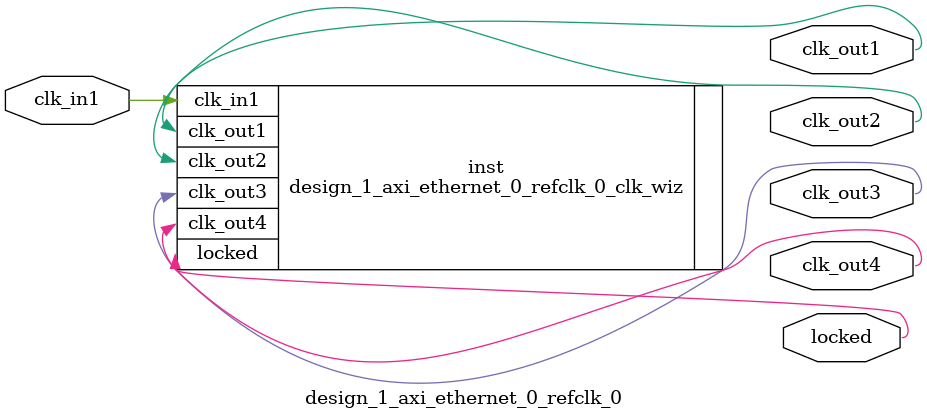
<source format=v>


`timescale 1ps/1ps

(* CORE_GENERATION_INFO = "design_1_axi_ethernet_0_refclk_0,clk_wiz_v6_0_4_0_0,{component_name=design_1_axi_ethernet_0_refclk_0,use_phase_alignment=true,use_min_o_jitter=false,use_max_i_jitter=false,use_dyn_phase_shift=false,use_inclk_switchover=false,use_dyn_reconfig=false,enable_axi=0,feedback_source=FDBK_AUTO,PRIMITIVE=MMCM,num_out_clk=4,clkin1_period=10.000,clkin2_period=10.000,use_power_down=false,use_reset=false,use_locked=true,use_inclk_stopped=false,feedback_type=SINGLE,CLOCK_MGR_TYPE=NA,manual_override=false}" *)

module design_1_axi_ethernet_0_refclk_0 
 (
  // Clock out ports
  output        clk_out1,
  output        clk_out2,
  output        clk_out3,
  output        clk_out4,
  // Status and control signals
  output        locked,
 // Clock in ports
  input         clk_in1
 );

  design_1_axi_ethernet_0_refclk_0_clk_wiz inst
  (
  // Clock out ports  
  .clk_out1(clk_out1),
  .clk_out2(clk_out2),
  .clk_out3(clk_out3),
  .clk_out4(clk_out4),
  // Status and control signals               
  .locked(locked),
 // Clock in ports
  .clk_in1(clk_in1)
  );

endmodule

</source>
